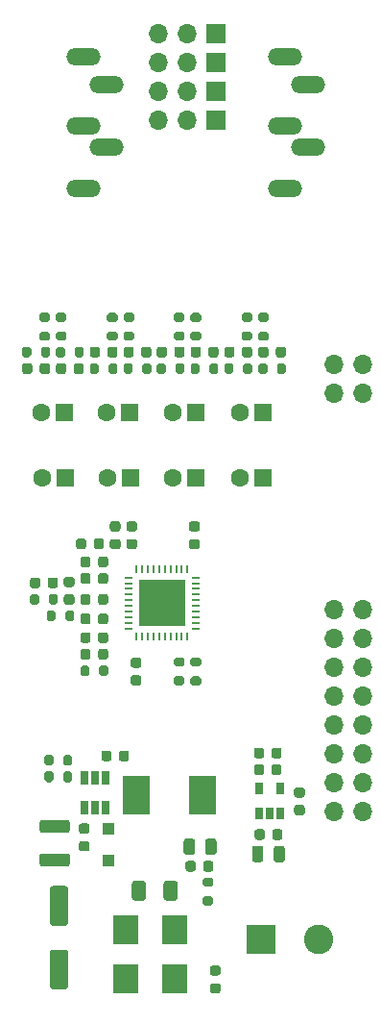
<source format=gbr>
%TF.GenerationSoftware,KiCad,Pcbnew,(5.1.9)-1*%
%TF.CreationDate,2021-06-18T12:26:37+07:00*%
%TF.ProjectId,adau1978,61646175-3139-4373-982e-6b696361645f,rev?*%
%TF.SameCoordinates,Original*%
%TF.FileFunction,Soldermask,Top*%
%TF.FilePolarity,Negative*%
%FSLAX46Y46*%
G04 Gerber Fmt 4.6, Leading zero omitted, Abs format (unit mm)*
G04 Created by KiCad (PCBNEW (5.1.9)-1) date 2021-06-18 12:26:37*
%MOMM*%
%LPD*%
G01*
G04 APERTURE LIST*
%ADD10O,1.700000X1.700000*%
%ADD11R,2.300000X2.500000*%
%ADD12R,1.100000X1.100000*%
%ADD13R,2.600000X2.600000*%
%ADD14C,2.600000*%
%ADD15R,2.413000X3.429000*%
%ADD16R,0.650000X1.220000*%
%ADD17R,0.650000X1.060000*%
%ADD18R,0.750000X0.275000*%
%ADD19R,0.275000X0.750000*%
%ADD20R,4.050000X4.050000*%
%ADD21R,1.700000X1.700000*%
%ADD22C,1.600000*%
%ADD23R,1.600000X1.600000*%
%ADD24O,3.016000X1.508000*%
G04 APERTURE END LIST*
D10*
%TO.C,D5*%
X73025000Y-75184000D03*
X75565000Y-75184000D03*
X73025000Y-77724000D03*
X75565000Y-77724000D03*
X73025000Y-96774000D03*
X75565000Y-96774000D03*
X73025000Y-99314000D03*
X75565000Y-99314000D03*
X73025000Y-101854000D03*
X75565000Y-101854000D03*
X73025000Y-104394000D03*
X75565000Y-104394000D03*
X73025000Y-106934000D03*
X75565000Y-106934000D03*
X73025000Y-109474000D03*
X75565000Y-109474000D03*
X73025000Y-112014000D03*
X75565000Y-112014000D03*
X73025000Y-114554000D03*
X75565000Y-114554000D03*
%TD*%
%TO.C,C1*%
G36*
G01*
X48218000Y-121116500D02*
X49318000Y-121116500D01*
G75*
G02*
X49568000Y-121366500I0J-250000D01*
G01*
X49568000Y-124366500D01*
G75*
G02*
X49318000Y-124616500I-250000J0D01*
G01*
X48218000Y-124616500D01*
G75*
G02*
X47968000Y-124366500I0J250000D01*
G01*
X47968000Y-121366500D01*
G75*
G02*
X48218000Y-121116500I250000J0D01*
G01*
G37*
G36*
G01*
X48218000Y-126716500D02*
X49318000Y-126716500D01*
G75*
G02*
X49568000Y-126966500I0J-250000D01*
G01*
X49568000Y-129966500D01*
G75*
G02*
X49318000Y-130216500I-250000J0D01*
G01*
X48218000Y-130216500D01*
G75*
G02*
X47968000Y-129966500I0J250000D01*
G01*
X47968000Y-126966500D01*
G75*
G02*
X48218000Y-126716500I250000J0D01*
G01*
G37*
%TD*%
%TO.C,C2*%
G36*
G01*
X64904500Y-74354500D02*
X64904500Y-73854500D01*
G75*
G02*
X65129500Y-73629500I225000J0D01*
G01*
X65579500Y-73629500D01*
G75*
G02*
X65804500Y-73854500I0J-225000D01*
G01*
X65804500Y-74354500D01*
G75*
G02*
X65579500Y-74579500I-225000J0D01*
G01*
X65129500Y-74579500D01*
G75*
G02*
X64904500Y-74354500I0J225000D01*
G01*
G37*
G36*
G01*
X63354500Y-74354500D02*
X63354500Y-73854500D01*
G75*
G02*
X63579500Y-73629500I225000J0D01*
G01*
X64029500Y-73629500D01*
G75*
G02*
X64254500Y-73854500I0J-225000D01*
G01*
X64254500Y-74354500D01*
G75*
G02*
X64029500Y-74579500I-225000J0D01*
G01*
X63579500Y-74579500D01*
G75*
G02*
X63354500Y-74354500I0J225000D01*
G01*
G37*
%TD*%
%TO.C,C10*%
G36*
G01*
X47286999Y-115298000D02*
X49487001Y-115298000D01*
G75*
G02*
X49737000Y-115547999I0J-249999D01*
G01*
X49737000Y-116198001D01*
G75*
G02*
X49487001Y-116448000I-249999J0D01*
G01*
X47286999Y-116448000D01*
G75*
G02*
X47037000Y-116198001I0J249999D01*
G01*
X47037000Y-115547999D01*
G75*
G02*
X47286999Y-115298000I249999J0D01*
G01*
G37*
G36*
G01*
X47286999Y-118248000D02*
X49487001Y-118248000D01*
G75*
G02*
X49737000Y-118497999I0J-249999D01*
G01*
X49737000Y-119148001D01*
G75*
G02*
X49487001Y-119398000I-249999J0D01*
G01*
X47286999Y-119398000D01*
G75*
G02*
X47037000Y-119148001I0J249999D01*
G01*
X47037000Y-118497999D01*
G75*
G02*
X47286999Y-118248000I249999J0D01*
G01*
G37*
%TD*%
%TO.C,C11*%
G36*
G01*
X50740500Y-115615000D02*
X51240500Y-115615000D01*
G75*
G02*
X51465500Y-115840000I0J-225000D01*
G01*
X51465500Y-116290000D01*
G75*
G02*
X51240500Y-116515000I-225000J0D01*
G01*
X50740500Y-116515000D01*
G75*
G02*
X50515500Y-116290000I0J225000D01*
G01*
X50515500Y-115840000D01*
G75*
G02*
X50740500Y-115615000I225000J0D01*
G01*
G37*
G36*
G01*
X50740500Y-117165000D02*
X51240500Y-117165000D01*
G75*
G02*
X51465500Y-117390000I0J-225000D01*
G01*
X51465500Y-117840000D01*
G75*
G02*
X51240500Y-118065000I-225000J0D01*
G01*
X50740500Y-118065000D01*
G75*
G02*
X50515500Y-117840000I0J225000D01*
G01*
X50515500Y-117390000D01*
G75*
G02*
X50740500Y-117165000I225000J0D01*
G01*
G37*
%TD*%
%TO.C,C20*%
G36*
G01*
X54046000Y-109914500D02*
X54046000Y-109414500D01*
G75*
G02*
X54271000Y-109189500I225000J0D01*
G01*
X54721000Y-109189500D01*
G75*
G02*
X54946000Y-109414500I0J-225000D01*
G01*
X54946000Y-109914500D01*
G75*
G02*
X54721000Y-110139500I-225000J0D01*
G01*
X54271000Y-110139500D01*
G75*
G02*
X54046000Y-109914500I0J225000D01*
G01*
G37*
G36*
G01*
X52496000Y-109914500D02*
X52496000Y-109414500D01*
G75*
G02*
X52721000Y-109189500I225000J0D01*
G01*
X53171000Y-109189500D01*
G75*
G02*
X53396000Y-109414500I0J-225000D01*
G01*
X53396000Y-109914500D01*
G75*
G02*
X53171000Y-110139500I-225000J0D01*
G01*
X52721000Y-110139500D01*
G75*
G02*
X52496000Y-109914500I0J225000D01*
G01*
G37*
%TD*%
%TO.C,C21*%
G36*
G01*
X53104500Y-97349500D02*
X53104500Y-97849500D01*
G75*
G02*
X52879500Y-98074500I-225000J0D01*
G01*
X52429500Y-98074500D01*
G75*
G02*
X52204500Y-97849500I0J225000D01*
G01*
X52204500Y-97349500D01*
G75*
G02*
X52429500Y-97124500I225000J0D01*
G01*
X52879500Y-97124500D01*
G75*
G02*
X53104500Y-97349500I0J-225000D01*
G01*
G37*
G36*
G01*
X51554500Y-97349500D02*
X51554500Y-97849500D01*
G75*
G02*
X51329500Y-98074500I-225000J0D01*
G01*
X50879500Y-98074500D01*
G75*
G02*
X50654500Y-97849500I0J225000D01*
G01*
X50654500Y-97349500D01*
G75*
G02*
X50879500Y-97124500I225000J0D01*
G01*
X51329500Y-97124500D01*
G75*
G02*
X51554500Y-97349500I0J-225000D01*
G01*
G37*
%TD*%
%TO.C,C22*%
G36*
G01*
X62664000Y-117190500D02*
X62664000Y-118140500D01*
G75*
G02*
X62414000Y-118390500I-250000J0D01*
G01*
X61914000Y-118390500D01*
G75*
G02*
X61664000Y-118140500I0J250000D01*
G01*
X61664000Y-117190500D01*
G75*
G02*
X61914000Y-116940500I250000J0D01*
G01*
X62414000Y-116940500D01*
G75*
G02*
X62664000Y-117190500I0J-250000D01*
G01*
G37*
G36*
G01*
X60764000Y-117190500D02*
X60764000Y-118140500D01*
G75*
G02*
X60514000Y-118390500I-250000J0D01*
G01*
X60014000Y-118390500D01*
G75*
G02*
X59764000Y-118140500I0J250000D01*
G01*
X59764000Y-117190500D01*
G75*
G02*
X60014000Y-116940500I250000J0D01*
G01*
X60514000Y-116940500D01*
G75*
G02*
X60764000Y-117190500I0J-250000D01*
G01*
G37*
%TD*%
%TO.C,C23*%
G36*
G01*
X60825500Y-119130000D02*
X60825500Y-119630000D01*
G75*
G02*
X60600500Y-119855000I-225000J0D01*
G01*
X60150500Y-119855000D01*
G75*
G02*
X59925500Y-119630000I0J225000D01*
G01*
X59925500Y-119130000D01*
G75*
G02*
X60150500Y-118905000I225000J0D01*
G01*
X60600500Y-118905000D01*
G75*
G02*
X60825500Y-119130000I0J-225000D01*
G01*
G37*
G36*
G01*
X62375500Y-119130000D02*
X62375500Y-119630000D01*
G75*
G02*
X62150500Y-119855000I-225000J0D01*
G01*
X61700500Y-119855000D01*
G75*
G02*
X61475500Y-119630000I0J225000D01*
G01*
X61475500Y-119130000D01*
G75*
G02*
X61700500Y-118905000I225000J0D01*
G01*
X62150500Y-118905000D01*
G75*
G02*
X62375500Y-119130000I0J-225000D01*
G01*
G37*
%TD*%
%TO.C,C24*%
G36*
G01*
X67696500Y-118775500D02*
X67696500Y-117825500D01*
G75*
G02*
X67946500Y-117575500I250000J0D01*
G01*
X68446500Y-117575500D01*
G75*
G02*
X68696500Y-117825500I0J-250000D01*
G01*
X68696500Y-118775500D01*
G75*
G02*
X68446500Y-119025500I-250000J0D01*
G01*
X67946500Y-119025500D01*
G75*
G02*
X67696500Y-118775500I0J250000D01*
G01*
G37*
G36*
G01*
X65796500Y-118775500D02*
X65796500Y-117825500D01*
G75*
G02*
X66046500Y-117575500I250000J0D01*
G01*
X66546500Y-117575500D01*
G75*
G02*
X66796500Y-117825500I0J-250000D01*
G01*
X66796500Y-118775500D01*
G75*
G02*
X66546500Y-119025500I-250000J0D01*
G01*
X66046500Y-119025500D01*
G75*
G02*
X65796500Y-118775500I0J250000D01*
G01*
G37*
%TD*%
%TO.C,C25*%
G36*
G01*
X66021500Y-116836000D02*
X66021500Y-116336000D01*
G75*
G02*
X66246500Y-116111000I225000J0D01*
G01*
X66696500Y-116111000D01*
G75*
G02*
X66921500Y-116336000I0J-225000D01*
G01*
X66921500Y-116836000D01*
G75*
G02*
X66696500Y-117061000I-225000J0D01*
G01*
X66246500Y-117061000D01*
G75*
G02*
X66021500Y-116836000I0J225000D01*
G01*
G37*
G36*
G01*
X67571500Y-116836000D02*
X67571500Y-116336000D01*
G75*
G02*
X67796500Y-116111000I225000J0D01*
G01*
X68246500Y-116111000D01*
G75*
G02*
X68471500Y-116336000I0J-225000D01*
G01*
X68471500Y-116836000D01*
G75*
G02*
X68246500Y-117061000I-225000J0D01*
G01*
X67796500Y-117061000D01*
G75*
G02*
X67571500Y-116836000I0J225000D01*
G01*
G37*
%TD*%
%TO.C,C26*%
G36*
G01*
X69727000Y-112440000D02*
X70227000Y-112440000D01*
G75*
G02*
X70452000Y-112665000I0J-225000D01*
G01*
X70452000Y-113115000D01*
G75*
G02*
X70227000Y-113340000I-225000J0D01*
G01*
X69727000Y-113340000D01*
G75*
G02*
X69502000Y-113115000I0J225000D01*
G01*
X69502000Y-112665000D01*
G75*
G02*
X69727000Y-112440000I225000J0D01*
G01*
G37*
G36*
G01*
X69727000Y-113990000D02*
X70227000Y-113990000D01*
G75*
G02*
X70452000Y-114215000I0J-225000D01*
G01*
X70452000Y-114665000D01*
G75*
G02*
X70227000Y-114890000I-225000J0D01*
G01*
X69727000Y-114890000D01*
G75*
G02*
X69502000Y-114665000I0J225000D01*
G01*
X69502000Y-114215000D01*
G75*
G02*
X69727000Y-113990000I225000J0D01*
G01*
G37*
%TD*%
%TO.C,C27*%
G36*
G01*
X67508000Y-109660500D02*
X67508000Y-109160500D01*
G75*
G02*
X67733000Y-108935500I225000J0D01*
G01*
X68183000Y-108935500D01*
G75*
G02*
X68408000Y-109160500I0J-225000D01*
G01*
X68408000Y-109660500D01*
G75*
G02*
X68183000Y-109885500I-225000J0D01*
G01*
X67733000Y-109885500D01*
G75*
G02*
X67508000Y-109660500I0J225000D01*
G01*
G37*
G36*
G01*
X65958000Y-109660500D02*
X65958000Y-109160500D01*
G75*
G02*
X66183000Y-108935500I225000J0D01*
G01*
X66633000Y-108935500D01*
G75*
G02*
X66858000Y-109160500I0J-225000D01*
G01*
X66858000Y-109660500D01*
G75*
G02*
X66633000Y-109885500I-225000J0D01*
G01*
X66183000Y-109885500D01*
G75*
G02*
X65958000Y-109660500I0J225000D01*
G01*
G37*
%TD*%
%TO.C,C28*%
G36*
G01*
X65958000Y-111121000D02*
X65958000Y-110621000D01*
G75*
G02*
X66183000Y-110396000I225000J0D01*
G01*
X66633000Y-110396000D01*
G75*
G02*
X66858000Y-110621000I0J-225000D01*
G01*
X66858000Y-111121000D01*
G75*
G02*
X66633000Y-111346000I-225000J0D01*
G01*
X66183000Y-111346000D01*
G75*
G02*
X65958000Y-111121000I0J225000D01*
G01*
G37*
G36*
G01*
X67508000Y-111121000D02*
X67508000Y-110621000D01*
G75*
G02*
X67733000Y-110396000I225000J0D01*
G01*
X68183000Y-110396000D01*
G75*
G02*
X68408000Y-110621000I0J-225000D01*
G01*
X68408000Y-111121000D01*
G75*
G02*
X68183000Y-111346000I-225000J0D01*
G01*
X67733000Y-111346000D01*
G75*
G02*
X67508000Y-111121000I0J225000D01*
G01*
G37*
%TD*%
%TO.C,C29*%
G36*
G01*
X47109500Y-94174500D02*
X47109500Y-94674500D01*
G75*
G02*
X46884500Y-94899500I-225000J0D01*
G01*
X46434500Y-94899500D01*
G75*
G02*
X46209500Y-94674500I0J225000D01*
G01*
X46209500Y-94174500D01*
G75*
G02*
X46434500Y-93949500I225000J0D01*
G01*
X46884500Y-93949500D01*
G75*
G02*
X47109500Y-94174500I0J-225000D01*
G01*
G37*
G36*
G01*
X48659500Y-94174500D02*
X48659500Y-94674500D01*
G75*
G02*
X48434500Y-94899500I-225000J0D01*
G01*
X47984500Y-94899500D01*
G75*
G02*
X47759500Y-94674500I0J225000D01*
G01*
X47759500Y-94174500D01*
G75*
G02*
X47984500Y-93949500I225000J0D01*
G01*
X48434500Y-93949500D01*
G75*
G02*
X48659500Y-94174500I0J-225000D01*
G01*
G37*
%TD*%
%TO.C,C30*%
G36*
G01*
X49407000Y-93898000D02*
X49907000Y-93898000D01*
G75*
G02*
X50132000Y-94123000I0J-225000D01*
G01*
X50132000Y-94573000D01*
G75*
G02*
X49907000Y-94798000I-225000J0D01*
G01*
X49407000Y-94798000D01*
G75*
G02*
X49182000Y-94573000I0J225000D01*
G01*
X49182000Y-94123000D01*
G75*
G02*
X49407000Y-93898000I225000J0D01*
G01*
G37*
G36*
G01*
X49407000Y-95448000D02*
X49907000Y-95448000D01*
G75*
G02*
X50132000Y-95673000I0J-225000D01*
G01*
X50132000Y-96123000D01*
G75*
G02*
X49907000Y-96348000I-225000J0D01*
G01*
X49407000Y-96348000D01*
G75*
G02*
X49182000Y-96123000I0J225000D01*
G01*
X49182000Y-95673000D01*
G75*
G02*
X49407000Y-95448000I225000J0D01*
G01*
G37*
%TD*%
%TO.C,C31*%
G36*
G01*
X53104500Y-100461000D02*
X53104500Y-100961000D01*
G75*
G02*
X52879500Y-101186000I-225000J0D01*
G01*
X52429500Y-101186000D01*
G75*
G02*
X52204500Y-100961000I0J225000D01*
G01*
X52204500Y-100461000D01*
G75*
G02*
X52429500Y-100236000I225000J0D01*
G01*
X52879500Y-100236000D01*
G75*
G02*
X53104500Y-100461000I0J-225000D01*
G01*
G37*
G36*
G01*
X51554500Y-100461000D02*
X51554500Y-100961000D01*
G75*
G02*
X51329500Y-101186000I-225000J0D01*
G01*
X50879500Y-101186000D01*
G75*
G02*
X50654500Y-100961000I0J225000D01*
G01*
X50654500Y-100461000D01*
G75*
G02*
X50879500Y-100236000I225000J0D01*
G01*
X51329500Y-100236000D01*
G75*
G02*
X51554500Y-100461000I0J-225000D01*
G01*
G37*
%TD*%
%TO.C,C32*%
G36*
G01*
X51554500Y-92333000D02*
X51554500Y-92833000D01*
G75*
G02*
X51329500Y-93058000I-225000J0D01*
G01*
X50879500Y-93058000D01*
G75*
G02*
X50654500Y-92833000I0J225000D01*
G01*
X50654500Y-92333000D01*
G75*
G02*
X50879500Y-92108000I225000J0D01*
G01*
X51329500Y-92108000D01*
G75*
G02*
X51554500Y-92333000I0J-225000D01*
G01*
G37*
G36*
G01*
X53104500Y-92333000D02*
X53104500Y-92833000D01*
G75*
G02*
X52879500Y-93058000I-225000J0D01*
G01*
X52429500Y-93058000D01*
G75*
G02*
X52204500Y-92833000I0J225000D01*
G01*
X52204500Y-92333000D01*
G75*
G02*
X52429500Y-92108000I225000J0D01*
G01*
X52879500Y-92108000D01*
G75*
G02*
X53104500Y-92333000I0J-225000D01*
G01*
G37*
%TD*%
%TO.C,C33*%
G36*
G01*
X53971000Y-89908500D02*
X53471000Y-89908500D01*
G75*
G02*
X53246000Y-89683500I0J225000D01*
G01*
X53246000Y-89233500D01*
G75*
G02*
X53471000Y-89008500I225000J0D01*
G01*
X53971000Y-89008500D01*
G75*
G02*
X54196000Y-89233500I0J-225000D01*
G01*
X54196000Y-89683500D01*
G75*
G02*
X53971000Y-89908500I-225000J0D01*
G01*
G37*
G36*
G01*
X53971000Y-91458500D02*
X53471000Y-91458500D01*
G75*
G02*
X53246000Y-91233500I0J225000D01*
G01*
X53246000Y-90783500D01*
G75*
G02*
X53471000Y-90558500I225000J0D01*
G01*
X53971000Y-90558500D01*
G75*
G02*
X54196000Y-90783500I0J-225000D01*
G01*
X54196000Y-91233500D01*
G75*
G02*
X53971000Y-91458500I-225000J0D01*
G01*
G37*
%TD*%
%TO.C,C34*%
G36*
G01*
X51554500Y-99000500D02*
X51554500Y-99500500D01*
G75*
G02*
X51329500Y-99725500I-225000J0D01*
G01*
X50879500Y-99725500D01*
G75*
G02*
X50654500Y-99500500I0J225000D01*
G01*
X50654500Y-99000500D01*
G75*
G02*
X50879500Y-98775500I225000J0D01*
G01*
X51329500Y-98775500D01*
G75*
G02*
X51554500Y-99000500I0J-225000D01*
G01*
G37*
G36*
G01*
X53104500Y-99000500D02*
X53104500Y-99500500D01*
G75*
G02*
X52879500Y-99725500I-225000J0D01*
G01*
X52429500Y-99725500D01*
G75*
G02*
X52204500Y-99500500I0J225000D01*
G01*
X52204500Y-99000500D01*
G75*
G02*
X52429500Y-98775500I225000J0D01*
G01*
X52879500Y-98775500D01*
G75*
G02*
X53104500Y-99000500I0J-225000D01*
G01*
G37*
%TD*%
%TO.C,C35*%
G36*
G01*
X53104500Y-93793500D02*
X53104500Y-94293500D01*
G75*
G02*
X52879500Y-94518500I-225000J0D01*
G01*
X52429500Y-94518500D01*
G75*
G02*
X52204500Y-94293500I0J225000D01*
G01*
X52204500Y-93793500D01*
G75*
G02*
X52429500Y-93568500I225000J0D01*
G01*
X52879500Y-93568500D01*
G75*
G02*
X53104500Y-93793500I0J-225000D01*
G01*
G37*
G36*
G01*
X51554500Y-93793500D02*
X51554500Y-94293500D01*
G75*
G02*
X51329500Y-94518500I-225000J0D01*
G01*
X50879500Y-94518500D01*
G75*
G02*
X50654500Y-94293500I0J225000D01*
G01*
X50654500Y-93793500D01*
G75*
G02*
X50879500Y-93568500I225000J0D01*
G01*
X51329500Y-93568500D01*
G75*
G02*
X51554500Y-93793500I0J-225000D01*
G01*
G37*
%TD*%
%TO.C,C36*%
G36*
G01*
X51554500Y-95635000D02*
X51554500Y-96135000D01*
G75*
G02*
X51329500Y-96360000I-225000J0D01*
G01*
X50879500Y-96360000D01*
G75*
G02*
X50654500Y-96135000I0J225000D01*
G01*
X50654500Y-95635000D01*
G75*
G02*
X50879500Y-95410000I225000J0D01*
G01*
X51329500Y-95410000D01*
G75*
G02*
X51554500Y-95635000I0J-225000D01*
G01*
G37*
G36*
G01*
X53104500Y-95635000D02*
X53104500Y-96135000D01*
G75*
G02*
X52879500Y-96360000I-225000J0D01*
G01*
X52429500Y-96360000D01*
G75*
G02*
X52204500Y-96135000I0J225000D01*
G01*
X52204500Y-95635000D01*
G75*
G02*
X52429500Y-95410000I225000J0D01*
G01*
X52879500Y-95410000D01*
G75*
G02*
X53104500Y-95635000I0J-225000D01*
G01*
G37*
%TD*%
%TO.C,C37*%
G36*
G01*
X55431500Y-89908500D02*
X54931500Y-89908500D01*
G75*
G02*
X54706500Y-89683500I0J225000D01*
G01*
X54706500Y-89233500D01*
G75*
G02*
X54931500Y-89008500I225000J0D01*
G01*
X55431500Y-89008500D01*
G75*
G02*
X55656500Y-89233500I0J-225000D01*
G01*
X55656500Y-89683500D01*
G75*
G02*
X55431500Y-89908500I-225000J0D01*
G01*
G37*
G36*
G01*
X55431500Y-91458500D02*
X54931500Y-91458500D01*
G75*
G02*
X54706500Y-91233500I0J225000D01*
G01*
X54706500Y-90783500D01*
G75*
G02*
X54931500Y-90558500I225000J0D01*
G01*
X55431500Y-90558500D01*
G75*
G02*
X55656500Y-90783500I0J-225000D01*
G01*
X55656500Y-91233500D01*
G75*
G02*
X55431500Y-91458500I-225000J0D01*
G01*
G37*
%TD*%
%TO.C,C38*%
G36*
G01*
X55312500Y-101010000D02*
X55812500Y-101010000D01*
G75*
G02*
X56037500Y-101235000I0J-225000D01*
G01*
X56037500Y-101685000D01*
G75*
G02*
X55812500Y-101910000I-225000J0D01*
G01*
X55312500Y-101910000D01*
G75*
G02*
X55087500Y-101685000I0J225000D01*
G01*
X55087500Y-101235000D01*
G75*
G02*
X55312500Y-101010000I225000J0D01*
G01*
G37*
G36*
G01*
X55312500Y-102560000D02*
X55812500Y-102560000D01*
G75*
G02*
X56037500Y-102785000I0J-225000D01*
G01*
X56037500Y-103235000D01*
G75*
G02*
X55812500Y-103460000I-225000J0D01*
G01*
X55312500Y-103460000D01*
G75*
G02*
X55087500Y-103235000I0J225000D01*
G01*
X55087500Y-102785000D01*
G75*
G02*
X55312500Y-102560000I225000J0D01*
G01*
G37*
%TD*%
%TO.C,C39*%
G36*
G01*
X60956000Y-91458500D02*
X60456000Y-91458500D01*
G75*
G02*
X60231000Y-91233500I0J225000D01*
G01*
X60231000Y-90783500D01*
G75*
G02*
X60456000Y-90558500I225000J0D01*
G01*
X60956000Y-90558500D01*
G75*
G02*
X61181000Y-90783500I0J-225000D01*
G01*
X61181000Y-91233500D01*
G75*
G02*
X60956000Y-91458500I-225000J0D01*
G01*
G37*
G36*
G01*
X60956000Y-89908500D02*
X60456000Y-89908500D01*
G75*
G02*
X60231000Y-89683500I0J225000D01*
G01*
X60231000Y-89233500D01*
G75*
G02*
X60456000Y-89008500I225000J0D01*
G01*
X60956000Y-89008500D01*
G75*
G02*
X61181000Y-89233500I0J-225000D01*
G01*
X61181000Y-89683500D01*
G75*
G02*
X60956000Y-89908500I-225000J0D01*
G01*
G37*
%TD*%
D11*
%TO.C,D2*%
X54673500Y-124977000D03*
X54673500Y-129277000D03*
%TD*%
D12*
%TO.C,D3*%
X53149500Y-116075000D03*
X53149500Y-118875000D03*
%TD*%
%TO.C,D4*%
G36*
G01*
X62803750Y-130574500D02*
X62291250Y-130574500D01*
G75*
G02*
X62072500Y-130355750I0J218750D01*
G01*
X62072500Y-129918250D01*
G75*
G02*
X62291250Y-129699500I218750J0D01*
G01*
X62803750Y-129699500D01*
G75*
G02*
X63022500Y-129918250I0J-218750D01*
G01*
X63022500Y-130355750D01*
G75*
G02*
X62803750Y-130574500I-218750J0D01*
G01*
G37*
G36*
G01*
X62803750Y-128999500D02*
X62291250Y-128999500D01*
G75*
G02*
X62072500Y-128780750I0J218750D01*
G01*
X62072500Y-128343250D01*
G75*
G02*
X62291250Y-128124500I218750J0D01*
G01*
X62803750Y-128124500D01*
G75*
G02*
X63022500Y-128343250I0J-218750D01*
G01*
X63022500Y-128780750D01*
G75*
G02*
X62803750Y-128999500I-218750J0D01*
G01*
G37*
%TD*%
D13*
%TO.C,J1*%
X66548000Y-125793500D03*
D14*
X71628000Y-125793500D03*
%TD*%
D15*
%TO.C,L1*%
X55562500Y-113157000D03*
X61404500Y-113157000D03*
%TD*%
%TO.C,R1*%
G36*
G01*
X65616500Y-71457000D02*
X65066500Y-71457000D01*
G75*
G02*
X64866500Y-71257000I0J200000D01*
G01*
X64866500Y-70857000D01*
G75*
G02*
X65066500Y-70657000I200000J0D01*
G01*
X65616500Y-70657000D01*
G75*
G02*
X65816500Y-70857000I0J-200000D01*
G01*
X65816500Y-71257000D01*
G75*
G02*
X65616500Y-71457000I-200000J0D01*
G01*
G37*
G36*
G01*
X65616500Y-73107000D02*
X65066500Y-73107000D01*
G75*
G02*
X64866500Y-72907000I0J200000D01*
G01*
X64866500Y-72507000D01*
G75*
G02*
X65066500Y-72307000I200000J0D01*
G01*
X65616500Y-72307000D01*
G75*
G02*
X65816500Y-72507000I0J-200000D01*
G01*
X65816500Y-72907000D01*
G75*
G02*
X65616500Y-73107000I-200000J0D01*
G01*
G37*
%TD*%
%TO.C,R9*%
G36*
G01*
X65004500Y-75840000D02*
X65004500Y-75290000D01*
G75*
G02*
X65204500Y-75090000I200000J0D01*
G01*
X65604500Y-75090000D01*
G75*
G02*
X65804500Y-75290000I0J-200000D01*
G01*
X65804500Y-75840000D01*
G75*
G02*
X65604500Y-76040000I-200000J0D01*
G01*
X65204500Y-76040000D01*
G75*
G02*
X65004500Y-75840000I0J200000D01*
G01*
G37*
G36*
G01*
X63354500Y-75840000D02*
X63354500Y-75290000D01*
G75*
G02*
X63554500Y-75090000I200000J0D01*
G01*
X63954500Y-75090000D01*
G75*
G02*
X64154500Y-75290000I0J-200000D01*
G01*
X64154500Y-75840000D01*
G75*
G02*
X63954500Y-76040000I-200000J0D01*
G01*
X63554500Y-76040000D01*
G75*
G02*
X63354500Y-75840000I0J200000D01*
G01*
G37*
%TD*%
%TO.C,R17*%
G36*
G01*
X47479500Y-110320500D02*
X47479500Y-109770500D01*
G75*
G02*
X47679500Y-109570500I200000J0D01*
G01*
X48079500Y-109570500D01*
G75*
G02*
X48279500Y-109770500I0J-200000D01*
G01*
X48279500Y-110320500D01*
G75*
G02*
X48079500Y-110520500I-200000J0D01*
G01*
X47679500Y-110520500D01*
G75*
G02*
X47479500Y-110320500I0J200000D01*
G01*
G37*
G36*
G01*
X49129500Y-110320500D02*
X49129500Y-109770500D01*
G75*
G02*
X49329500Y-109570500I200000J0D01*
G01*
X49729500Y-109570500D01*
G75*
G02*
X49929500Y-109770500I0J-200000D01*
G01*
X49929500Y-110320500D01*
G75*
G02*
X49729500Y-110520500I-200000J0D01*
G01*
X49329500Y-110520500D01*
G75*
G02*
X49129500Y-110320500I0J200000D01*
G01*
G37*
%TD*%
%TO.C,R18*%
G36*
G01*
X49929500Y-111231000D02*
X49929500Y-111781000D01*
G75*
G02*
X49729500Y-111981000I-200000J0D01*
G01*
X49329500Y-111981000D01*
G75*
G02*
X49129500Y-111781000I0J200000D01*
G01*
X49129500Y-111231000D01*
G75*
G02*
X49329500Y-111031000I200000J0D01*
G01*
X49729500Y-111031000D01*
G75*
G02*
X49929500Y-111231000I0J-200000D01*
G01*
G37*
G36*
G01*
X48279500Y-111231000D02*
X48279500Y-111781000D01*
G75*
G02*
X48079500Y-111981000I-200000J0D01*
G01*
X47679500Y-111981000D01*
G75*
G02*
X47479500Y-111781000I0J200000D01*
G01*
X47479500Y-111231000D01*
G75*
G02*
X47679500Y-111031000I200000J0D01*
G01*
X48079500Y-111031000D01*
G75*
G02*
X48279500Y-111231000I0J-200000D01*
G01*
G37*
%TD*%
%TO.C,R19*%
G36*
G01*
X48470000Y-97070500D02*
X48470000Y-97620500D01*
G75*
G02*
X48270000Y-97820500I-200000J0D01*
G01*
X47870000Y-97820500D01*
G75*
G02*
X47670000Y-97620500I0J200000D01*
G01*
X47670000Y-97070500D01*
G75*
G02*
X47870000Y-96870500I200000J0D01*
G01*
X48270000Y-96870500D01*
G75*
G02*
X48470000Y-97070500I0J-200000D01*
G01*
G37*
G36*
G01*
X50120000Y-97070500D02*
X50120000Y-97620500D01*
G75*
G02*
X49920000Y-97820500I-200000J0D01*
G01*
X49520000Y-97820500D01*
G75*
G02*
X49320000Y-97620500I0J200000D01*
G01*
X49320000Y-97070500D01*
G75*
G02*
X49520000Y-96870500I200000J0D01*
G01*
X49920000Y-96870500D01*
G75*
G02*
X50120000Y-97070500I0J-200000D01*
G01*
G37*
%TD*%
%TO.C,R20*%
G36*
G01*
X60558000Y-102660000D02*
X61108000Y-102660000D01*
G75*
G02*
X61308000Y-102860000I0J-200000D01*
G01*
X61308000Y-103260000D01*
G75*
G02*
X61108000Y-103460000I-200000J0D01*
G01*
X60558000Y-103460000D01*
G75*
G02*
X60358000Y-103260000I0J200000D01*
G01*
X60358000Y-102860000D01*
G75*
G02*
X60558000Y-102660000I200000J0D01*
G01*
G37*
G36*
G01*
X60558000Y-101010000D02*
X61108000Y-101010000D01*
G75*
G02*
X61308000Y-101210000I0J-200000D01*
G01*
X61308000Y-101610000D01*
G75*
G02*
X61108000Y-101810000I-200000J0D01*
G01*
X60558000Y-101810000D01*
G75*
G02*
X60358000Y-101610000I0J200000D01*
G01*
X60358000Y-101210000D01*
G75*
G02*
X60558000Y-101010000I200000J0D01*
G01*
G37*
%TD*%
%TO.C,R21*%
G36*
G01*
X59097500Y-101010000D02*
X59647500Y-101010000D01*
G75*
G02*
X59847500Y-101210000I0J-200000D01*
G01*
X59847500Y-101610000D01*
G75*
G02*
X59647500Y-101810000I-200000J0D01*
G01*
X59097500Y-101810000D01*
G75*
G02*
X58897500Y-101610000I0J200000D01*
G01*
X58897500Y-101210000D01*
G75*
G02*
X59097500Y-101010000I200000J0D01*
G01*
G37*
G36*
G01*
X59097500Y-102660000D02*
X59647500Y-102660000D01*
G75*
G02*
X59847500Y-102860000I0J-200000D01*
G01*
X59847500Y-103260000D01*
G75*
G02*
X59647500Y-103460000I-200000J0D01*
G01*
X59097500Y-103460000D01*
G75*
G02*
X58897500Y-103260000I0J200000D01*
G01*
X58897500Y-102860000D01*
G75*
G02*
X59097500Y-102660000I200000J0D01*
G01*
G37*
%TD*%
%TO.C,R22*%
G36*
G01*
X61637500Y-120377500D02*
X62187500Y-120377500D01*
G75*
G02*
X62387500Y-120577500I0J-200000D01*
G01*
X62387500Y-120977500D01*
G75*
G02*
X62187500Y-121177500I-200000J0D01*
G01*
X61637500Y-121177500D01*
G75*
G02*
X61437500Y-120977500I0J200000D01*
G01*
X61437500Y-120577500D01*
G75*
G02*
X61637500Y-120377500I200000J0D01*
G01*
G37*
G36*
G01*
X61637500Y-122027500D02*
X62187500Y-122027500D01*
G75*
G02*
X62387500Y-122227500I0J-200000D01*
G01*
X62387500Y-122627500D01*
G75*
G02*
X62187500Y-122827500I-200000J0D01*
G01*
X61637500Y-122827500D01*
G75*
G02*
X61437500Y-122627500I0J200000D01*
G01*
X61437500Y-122227500D01*
G75*
G02*
X61637500Y-122027500I200000J0D01*
G01*
G37*
%TD*%
%TO.C,R23*%
G36*
G01*
X48659500Y-95610000D02*
X48659500Y-96160000D01*
G75*
G02*
X48459500Y-96360000I-200000J0D01*
G01*
X48059500Y-96360000D01*
G75*
G02*
X47859500Y-96160000I0J200000D01*
G01*
X47859500Y-95610000D01*
G75*
G02*
X48059500Y-95410000I200000J0D01*
G01*
X48459500Y-95410000D01*
G75*
G02*
X48659500Y-95610000I0J-200000D01*
G01*
G37*
G36*
G01*
X47009500Y-95610000D02*
X47009500Y-96160000D01*
G75*
G02*
X46809500Y-96360000I-200000J0D01*
G01*
X46409500Y-96360000D01*
G75*
G02*
X46209500Y-96160000I0J200000D01*
G01*
X46209500Y-95610000D01*
G75*
G02*
X46409500Y-95410000I200000J0D01*
G01*
X46809500Y-95410000D01*
G75*
G02*
X47009500Y-95610000I0J-200000D01*
G01*
G37*
%TD*%
%TO.C,R24*%
G36*
G01*
X52304500Y-102446500D02*
X52304500Y-101896500D01*
G75*
G02*
X52504500Y-101696500I200000J0D01*
G01*
X52904500Y-101696500D01*
G75*
G02*
X53104500Y-101896500I0J-200000D01*
G01*
X53104500Y-102446500D01*
G75*
G02*
X52904500Y-102646500I-200000J0D01*
G01*
X52504500Y-102646500D01*
G75*
G02*
X52304500Y-102446500I0J200000D01*
G01*
G37*
G36*
G01*
X50654500Y-102446500D02*
X50654500Y-101896500D01*
G75*
G02*
X50854500Y-101696500I200000J0D01*
G01*
X51254500Y-101696500D01*
G75*
G02*
X51454500Y-101896500I0J-200000D01*
G01*
X51454500Y-102446500D01*
G75*
G02*
X51254500Y-102646500I-200000J0D01*
G01*
X50854500Y-102646500D01*
G75*
G02*
X50654500Y-102446500I0J200000D01*
G01*
G37*
%TD*%
D16*
%TO.C,U1*%
X52893000Y-111593000D03*
X51943000Y-111593000D03*
X50993000Y-111593000D03*
X50993000Y-114213000D03*
X51943000Y-114213000D03*
X52893000Y-114213000D03*
%TD*%
D17*
%TO.C,U3*%
X66423500Y-114765000D03*
X67373500Y-114765000D03*
X68323500Y-114765000D03*
X68323500Y-112565000D03*
X66423500Y-112565000D03*
%TD*%
D18*
%TO.C,U2*%
X54873500Y-93952499D03*
X54873500Y-94452501D03*
X54873500Y-94952500D03*
X54873500Y-95452499D03*
X54873500Y-95952500D03*
X54873500Y-96452500D03*
X54873500Y-96952501D03*
X54873500Y-97452500D03*
X54873500Y-97952499D03*
X54873500Y-98452501D03*
D19*
X55598499Y-99177500D03*
X56098501Y-99177500D03*
X56598500Y-99177500D03*
X57098499Y-99177500D03*
X57598500Y-99177500D03*
X58098500Y-99177500D03*
X58598501Y-99177500D03*
X59098500Y-99177500D03*
X59598499Y-99177500D03*
X60098501Y-99177500D03*
D18*
X60823500Y-98452501D03*
X60823500Y-97952499D03*
X60823500Y-97452500D03*
X60823500Y-96952501D03*
X60823500Y-96452500D03*
X60823500Y-95952500D03*
X60823500Y-95452499D03*
X60823500Y-94952500D03*
X60823500Y-94452501D03*
X60823500Y-93952499D03*
D19*
X60098501Y-93227500D03*
X59598499Y-93227500D03*
X59098500Y-93227500D03*
X58598501Y-93227500D03*
X58098500Y-93227500D03*
X57598500Y-93227500D03*
X57098499Y-93227500D03*
X56598500Y-93227500D03*
X56098501Y-93227500D03*
X55598499Y-93227500D03*
D20*
X57848500Y-96202500D03*
%TD*%
%TO.C,F1*%
G36*
G01*
X55188500Y-122164000D02*
X55188500Y-120914000D01*
G75*
G02*
X55438500Y-120664000I250000J0D01*
G01*
X56188500Y-120664000D01*
G75*
G02*
X56438500Y-120914000I0J-250000D01*
G01*
X56438500Y-122164000D01*
G75*
G02*
X56188500Y-122414000I-250000J0D01*
G01*
X55438500Y-122414000D01*
G75*
G02*
X55188500Y-122164000I0J250000D01*
G01*
G37*
G36*
G01*
X57988500Y-122164000D02*
X57988500Y-120914000D01*
G75*
G02*
X58238500Y-120664000I250000J0D01*
G01*
X58988500Y-120664000D01*
G75*
G02*
X59238500Y-120914000I0J-250000D01*
G01*
X59238500Y-122164000D01*
G75*
G02*
X58988500Y-122414000I-250000J0D01*
G01*
X58238500Y-122414000D01*
G75*
G02*
X57988500Y-122164000I0J250000D01*
G01*
G37*
%TD*%
D11*
%TO.C,D1*%
X58991500Y-124977000D03*
X58991500Y-129277000D03*
%TD*%
%TO.C,C3*%
G36*
G01*
X66339000Y-74354500D02*
X66339000Y-73854500D01*
G75*
G02*
X66564000Y-73629500I225000J0D01*
G01*
X67014000Y-73629500D01*
G75*
G02*
X67239000Y-73854500I0J-225000D01*
G01*
X67239000Y-74354500D01*
G75*
G02*
X67014000Y-74579500I-225000J0D01*
G01*
X66564000Y-74579500D01*
G75*
G02*
X66339000Y-74354500I0J225000D01*
G01*
G37*
G36*
G01*
X67889000Y-74354500D02*
X67889000Y-73854500D01*
G75*
G02*
X68114000Y-73629500I225000J0D01*
G01*
X68564000Y-73629500D01*
G75*
G02*
X68789000Y-73854500I0J-225000D01*
G01*
X68789000Y-74354500D01*
G75*
G02*
X68564000Y-74579500I-225000J0D01*
G01*
X68114000Y-74579500D01*
G75*
G02*
X67889000Y-74354500I0J225000D01*
G01*
G37*
%TD*%
%TO.C,C4*%
G36*
G01*
X58935500Y-74354500D02*
X58935500Y-73854500D01*
G75*
G02*
X59160500Y-73629500I225000J0D01*
G01*
X59610500Y-73629500D01*
G75*
G02*
X59835500Y-73854500I0J-225000D01*
G01*
X59835500Y-74354500D01*
G75*
G02*
X59610500Y-74579500I-225000J0D01*
G01*
X59160500Y-74579500D01*
G75*
G02*
X58935500Y-74354500I0J225000D01*
G01*
G37*
G36*
G01*
X57385500Y-74354500D02*
X57385500Y-73854500D01*
G75*
G02*
X57610500Y-73629500I225000J0D01*
G01*
X58060500Y-73629500D01*
G75*
G02*
X58285500Y-73854500I0J-225000D01*
G01*
X58285500Y-74354500D01*
G75*
G02*
X58060500Y-74579500I-225000J0D01*
G01*
X57610500Y-74579500D01*
G75*
G02*
X57385500Y-74354500I0J225000D01*
G01*
G37*
%TD*%
%TO.C,C5*%
G36*
G01*
X60383000Y-74354500D02*
X60383000Y-73854500D01*
G75*
G02*
X60608000Y-73629500I225000J0D01*
G01*
X61058000Y-73629500D01*
G75*
G02*
X61283000Y-73854500I0J-225000D01*
G01*
X61283000Y-74354500D01*
G75*
G02*
X61058000Y-74579500I-225000J0D01*
G01*
X60608000Y-74579500D01*
G75*
G02*
X60383000Y-74354500I0J225000D01*
G01*
G37*
G36*
G01*
X61933000Y-74354500D02*
X61933000Y-73854500D01*
G75*
G02*
X62158000Y-73629500I225000J0D01*
G01*
X62608000Y-73629500D01*
G75*
G02*
X62833000Y-73854500I0J-225000D01*
G01*
X62833000Y-74354500D01*
G75*
G02*
X62608000Y-74579500I-225000J0D01*
G01*
X62158000Y-74579500D01*
G75*
G02*
X61933000Y-74354500I0J225000D01*
G01*
G37*
%TD*%
%TO.C,C6*%
G36*
G01*
X53030000Y-74354500D02*
X53030000Y-73854500D01*
G75*
G02*
X53255000Y-73629500I225000J0D01*
G01*
X53705000Y-73629500D01*
G75*
G02*
X53930000Y-73854500I0J-225000D01*
G01*
X53930000Y-74354500D01*
G75*
G02*
X53705000Y-74579500I-225000J0D01*
G01*
X53255000Y-74579500D01*
G75*
G02*
X53030000Y-74354500I0J225000D01*
G01*
G37*
G36*
G01*
X51480000Y-74354500D02*
X51480000Y-73854500D01*
G75*
G02*
X51705000Y-73629500I225000J0D01*
G01*
X52155000Y-73629500D01*
G75*
G02*
X52380000Y-73854500I0J-225000D01*
G01*
X52380000Y-74354500D01*
G75*
G02*
X52155000Y-74579500I-225000J0D01*
G01*
X51705000Y-74579500D01*
G75*
G02*
X51480000Y-74354500I0J225000D01*
G01*
G37*
%TD*%
%TO.C,C7*%
G36*
G01*
X54464500Y-74354500D02*
X54464500Y-73854500D01*
G75*
G02*
X54689500Y-73629500I225000J0D01*
G01*
X55139500Y-73629500D01*
G75*
G02*
X55364500Y-73854500I0J-225000D01*
G01*
X55364500Y-74354500D01*
G75*
G02*
X55139500Y-74579500I-225000J0D01*
G01*
X54689500Y-74579500D01*
G75*
G02*
X54464500Y-74354500I0J225000D01*
G01*
G37*
G36*
G01*
X56014500Y-74354500D02*
X56014500Y-73854500D01*
G75*
G02*
X56239500Y-73629500I225000J0D01*
G01*
X56689500Y-73629500D01*
G75*
G02*
X56914500Y-73854500I0J-225000D01*
G01*
X56914500Y-74354500D01*
G75*
G02*
X56689500Y-74579500I-225000J0D01*
G01*
X56239500Y-74579500D01*
G75*
G02*
X56014500Y-74354500I0J225000D01*
G01*
G37*
%TD*%
%TO.C,C8*%
G36*
G01*
X45511000Y-75815000D02*
X45511000Y-75315000D01*
G75*
G02*
X45736000Y-75090000I225000J0D01*
G01*
X46186000Y-75090000D01*
G75*
G02*
X46411000Y-75315000I0J-225000D01*
G01*
X46411000Y-75815000D01*
G75*
G02*
X46186000Y-76040000I-225000J0D01*
G01*
X45736000Y-76040000D01*
G75*
G02*
X45511000Y-75815000I0J225000D01*
G01*
G37*
G36*
G01*
X47061000Y-75815000D02*
X47061000Y-75315000D01*
G75*
G02*
X47286000Y-75090000I225000J0D01*
G01*
X47736000Y-75090000D01*
G75*
G02*
X47961000Y-75315000I0J-225000D01*
G01*
X47961000Y-75815000D01*
G75*
G02*
X47736000Y-76040000I-225000J0D01*
G01*
X47286000Y-76040000D01*
G75*
G02*
X47061000Y-75815000I0J225000D01*
G01*
G37*
%TD*%
%TO.C,C9*%
G36*
G01*
X50045500Y-75815000D02*
X50045500Y-75315000D01*
G75*
G02*
X50270500Y-75090000I225000J0D01*
G01*
X50720500Y-75090000D01*
G75*
G02*
X50945500Y-75315000I0J-225000D01*
G01*
X50945500Y-75815000D01*
G75*
G02*
X50720500Y-76040000I-225000J0D01*
G01*
X50270500Y-76040000D01*
G75*
G02*
X50045500Y-75815000I0J225000D01*
G01*
G37*
G36*
G01*
X48495500Y-75815000D02*
X48495500Y-75315000D01*
G75*
G02*
X48720500Y-75090000I225000J0D01*
G01*
X49170500Y-75090000D01*
G75*
G02*
X49395500Y-75315000I0J-225000D01*
G01*
X49395500Y-75815000D01*
G75*
G02*
X49170500Y-76040000I-225000J0D01*
G01*
X48720500Y-76040000D01*
G75*
G02*
X48495500Y-75815000I0J225000D01*
G01*
G37*
%TD*%
D21*
%TO.C,JP1*%
X62611000Y-53721000D03*
D10*
X60071000Y-53721000D03*
X57531000Y-53721000D03*
%TD*%
%TO.C,JP2*%
X57531000Y-51181000D03*
X60071000Y-51181000D03*
D21*
X62611000Y-51181000D03*
%TD*%
%TO.C,JP3*%
X62611000Y-48641000D03*
D10*
X60071000Y-48641000D03*
X57531000Y-48641000D03*
%TD*%
%TO.C,JP4*%
X57531000Y-46101000D03*
X60071000Y-46101000D03*
D21*
X62611000Y-46101000D03*
%TD*%
%TO.C,R2*%
G36*
G01*
X67077000Y-73107000D02*
X66527000Y-73107000D01*
G75*
G02*
X66327000Y-72907000I0J200000D01*
G01*
X66327000Y-72507000D01*
G75*
G02*
X66527000Y-72307000I200000J0D01*
G01*
X67077000Y-72307000D01*
G75*
G02*
X67277000Y-72507000I0J-200000D01*
G01*
X67277000Y-72907000D01*
G75*
G02*
X67077000Y-73107000I-200000J0D01*
G01*
G37*
G36*
G01*
X67077000Y-71457000D02*
X66527000Y-71457000D01*
G75*
G02*
X66327000Y-71257000I0J200000D01*
G01*
X66327000Y-70857000D01*
G75*
G02*
X66527000Y-70657000I200000J0D01*
G01*
X67077000Y-70657000D01*
G75*
G02*
X67277000Y-70857000I0J-200000D01*
G01*
X67277000Y-71257000D01*
G75*
G02*
X67077000Y-71457000I-200000J0D01*
G01*
G37*
%TD*%
%TO.C,R3*%
G36*
G01*
X59647500Y-71457500D02*
X59097500Y-71457500D01*
G75*
G02*
X58897500Y-71257500I0J200000D01*
G01*
X58897500Y-70857500D01*
G75*
G02*
X59097500Y-70657500I200000J0D01*
G01*
X59647500Y-70657500D01*
G75*
G02*
X59847500Y-70857500I0J-200000D01*
G01*
X59847500Y-71257500D01*
G75*
G02*
X59647500Y-71457500I-200000J0D01*
G01*
G37*
G36*
G01*
X59647500Y-73107500D02*
X59097500Y-73107500D01*
G75*
G02*
X58897500Y-72907500I0J200000D01*
G01*
X58897500Y-72507500D01*
G75*
G02*
X59097500Y-72307500I200000J0D01*
G01*
X59647500Y-72307500D01*
G75*
G02*
X59847500Y-72507500I0J-200000D01*
G01*
X59847500Y-72907500D01*
G75*
G02*
X59647500Y-73107500I-200000J0D01*
G01*
G37*
%TD*%
%TO.C,R4*%
G36*
G01*
X61108000Y-73107500D02*
X60558000Y-73107500D01*
G75*
G02*
X60358000Y-72907500I0J200000D01*
G01*
X60358000Y-72507500D01*
G75*
G02*
X60558000Y-72307500I200000J0D01*
G01*
X61108000Y-72307500D01*
G75*
G02*
X61308000Y-72507500I0J-200000D01*
G01*
X61308000Y-72907500D01*
G75*
G02*
X61108000Y-73107500I-200000J0D01*
G01*
G37*
G36*
G01*
X61108000Y-71457500D02*
X60558000Y-71457500D01*
G75*
G02*
X60358000Y-71257500I0J200000D01*
G01*
X60358000Y-70857500D01*
G75*
G02*
X60558000Y-70657500I200000J0D01*
G01*
X61108000Y-70657500D01*
G75*
G02*
X61308000Y-70857500I0J-200000D01*
G01*
X61308000Y-71257500D01*
G75*
G02*
X61108000Y-71457500I-200000J0D01*
G01*
G37*
%TD*%
%TO.C,R5*%
G36*
G01*
X53742000Y-71457000D02*
X53192000Y-71457000D01*
G75*
G02*
X52992000Y-71257000I0J200000D01*
G01*
X52992000Y-70857000D01*
G75*
G02*
X53192000Y-70657000I200000J0D01*
G01*
X53742000Y-70657000D01*
G75*
G02*
X53942000Y-70857000I0J-200000D01*
G01*
X53942000Y-71257000D01*
G75*
G02*
X53742000Y-71457000I-200000J0D01*
G01*
G37*
G36*
G01*
X53742000Y-73107000D02*
X53192000Y-73107000D01*
G75*
G02*
X52992000Y-72907000I0J200000D01*
G01*
X52992000Y-72507000D01*
G75*
G02*
X53192000Y-72307000I200000J0D01*
G01*
X53742000Y-72307000D01*
G75*
G02*
X53942000Y-72507000I0J-200000D01*
G01*
X53942000Y-72907000D01*
G75*
G02*
X53742000Y-73107000I-200000J0D01*
G01*
G37*
%TD*%
%TO.C,R6*%
G36*
G01*
X55202500Y-71457500D02*
X54652500Y-71457500D01*
G75*
G02*
X54452500Y-71257500I0J200000D01*
G01*
X54452500Y-70857500D01*
G75*
G02*
X54652500Y-70657500I200000J0D01*
G01*
X55202500Y-70657500D01*
G75*
G02*
X55402500Y-70857500I0J-200000D01*
G01*
X55402500Y-71257500D01*
G75*
G02*
X55202500Y-71457500I-200000J0D01*
G01*
G37*
G36*
G01*
X55202500Y-73107500D02*
X54652500Y-73107500D01*
G75*
G02*
X54452500Y-72907500I0J200000D01*
G01*
X54452500Y-72507500D01*
G75*
G02*
X54652500Y-72307500I200000J0D01*
G01*
X55202500Y-72307500D01*
G75*
G02*
X55402500Y-72507500I0J-200000D01*
G01*
X55402500Y-72907500D01*
G75*
G02*
X55202500Y-73107500I-200000J0D01*
G01*
G37*
%TD*%
%TO.C,R7*%
G36*
G01*
X47773000Y-73107000D02*
X47223000Y-73107000D01*
G75*
G02*
X47023000Y-72907000I0J200000D01*
G01*
X47023000Y-72507000D01*
G75*
G02*
X47223000Y-72307000I200000J0D01*
G01*
X47773000Y-72307000D01*
G75*
G02*
X47973000Y-72507000I0J-200000D01*
G01*
X47973000Y-72907000D01*
G75*
G02*
X47773000Y-73107000I-200000J0D01*
G01*
G37*
G36*
G01*
X47773000Y-71457000D02*
X47223000Y-71457000D01*
G75*
G02*
X47023000Y-71257000I0J200000D01*
G01*
X47023000Y-70857000D01*
G75*
G02*
X47223000Y-70657000I200000J0D01*
G01*
X47773000Y-70657000D01*
G75*
G02*
X47973000Y-70857000I0J-200000D01*
G01*
X47973000Y-71257000D01*
G75*
G02*
X47773000Y-71457000I-200000J0D01*
G01*
G37*
%TD*%
%TO.C,R8*%
G36*
G01*
X49233500Y-71457000D02*
X48683500Y-71457000D01*
G75*
G02*
X48483500Y-71257000I0J200000D01*
G01*
X48483500Y-70857000D01*
G75*
G02*
X48683500Y-70657000I200000J0D01*
G01*
X49233500Y-70657000D01*
G75*
G02*
X49433500Y-70857000I0J-200000D01*
G01*
X49433500Y-71257000D01*
G75*
G02*
X49233500Y-71457000I-200000J0D01*
G01*
G37*
G36*
G01*
X49233500Y-73107000D02*
X48683500Y-73107000D01*
G75*
G02*
X48483500Y-72907000I0J200000D01*
G01*
X48483500Y-72507000D01*
G75*
G02*
X48683500Y-72307000I200000J0D01*
G01*
X49233500Y-72307000D01*
G75*
G02*
X49433500Y-72507000I0J-200000D01*
G01*
X49433500Y-72907000D01*
G75*
G02*
X49233500Y-73107000I-200000J0D01*
G01*
G37*
%TD*%
%TO.C,R10*%
G36*
G01*
X67989000Y-75840000D02*
X67989000Y-75290000D01*
G75*
G02*
X68189000Y-75090000I200000J0D01*
G01*
X68589000Y-75090000D01*
G75*
G02*
X68789000Y-75290000I0J-200000D01*
G01*
X68789000Y-75840000D01*
G75*
G02*
X68589000Y-76040000I-200000J0D01*
G01*
X68189000Y-76040000D01*
G75*
G02*
X67989000Y-75840000I0J200000D01*
G01*
G37*
G36*
G01*
X66339000Y-75840000D02*
X66339000Y-75290000D01*
G75*
G02*
X66539000Y-75090000I200000J0D01*
G01*
X66939000Y-75090000D01*
G75*
G02*
X67139000Y-75290000I0J-200000D01*
G01*
X67139000Y-75840000D01*
G75*
G02*
X66939000Y-76040000I-200000J0D01*
G01*
X66539000Y-76040000D01*
G75*
G02*
X66339000Y-75840000I0J200000D01*
G01*
G37*
%TD*%
%TO.C,R11*%
G36*
G01*
X57385500Y-75840000D02*
X57385500Y-75290000D01*
G75*
G02*
X57585500Y-75090000I200000J0D01*
G01*
X57985500Y-75090000D01*
G75*
G02*
X58185500Y-75290000I0J-200000D01*
G01*
X58185500Y-75840000D01*
G75*
G02*
X57985500Y-76040000I-200000J0D01*
G01*
X57585500Y-76040000D01*
G75*
G02*
X57385500Y-75840000I0J200000D01*
G01*
G37*
G36*
G01*
X59035500Y-75840000D02*
X59035500Y-75290000D01*
G75*
G02*
X59235500Y-75090000I200000J0D01*
G01*
X59635500Y-75090000D01*
G75*
G02*
X59835500Y-75290000I0J-200000D01*
G01*
X59835500Y-75840000D01*
G75*
G02*
X59635500Y-76040000I-200000J0D01*
G01*
X59235500Y-76040000D01*
G75*
G02*
X59035500Y-75840000I0J200000D01*
G01*
G37*
%TD*%
%TO.C,R12*%
G36*
G01*
X62019500Y-75840000D02*
X62019500Y-75290000D01*
G75*
G02*
X62219500Y-75090000I200000J0D01*
G01*
X62619500Y-75090000D01*
G75*
G02*
X62819500Y-75290000I0J-200000D01*
G01*
X62819500Y-75840000D01*
G75*
G02*
X62619500Y-76040000I-200000J0D01*
G01*
X62219500Y-76040000D01*
G75*
G02*
X62019500Y-75840000I0J200000D01*
G01*
G37*
G36*
G01*
X60369500Y-75840000D02*
X60369500Y-75290000D01*
G75*
G02*
X60569500Y-75090000I200000J0D01*
G01*
X60969500Y-75090000D01*
G75*
G02*
X61169500Y-75290000I0J-200000D01*
G01*
X61169500Y-75840000D01*
G75*
G02*
X60969500Y-76040000I-200000J0D01*
G01*
X60569500Y-76040000D01*
G75*
G02*
X60369500Y-75840000I0J200000D01*
G01*
G37*
%TD*%
%TO.C,R13*%
G36*
G01*
X51480000Y-75840000D02*
X51480000Y-75290000D01*
G75*
G02*
X51680000Y-75090000I200000J0D01*
G01*
X52080000Y-75090000D01*
G75*
G02*
X52280000Y-75290000I0J-200000D01*
G01*
X52280000Y-75840000D01*
G75*
G02*
X52080000Y-76040000I-200000J0D01*
G01*
X51680000Y-76040000D01*
G75*
G02*
X51480000Y-75840000I0J200000D01*
G01*
G37*
G36*
G01*
X53130000Y-75840000D02*
X53130000Y-75290000D01*
G75*
G02*
X53330000Y-75090000I200000J0D01*
G01*
X53730000Y-75090000D01*
G75*
G02*
X53930000Y-75290000I0J-200000D01*
G01*
X53930000Y-75840000D01*
G75*
G02*
X53730000Y-76040000I-200000J0D01*
G01*
X53330000Y-76040000D01*
G75*
G02*
X53130000Y-75840000I0J200000D01*
G01*
G37*
%TD*%
%TO.C,R14*%
G36*
G01*
X56114500Y-75840000D02*
X56114500Y-75290000D01*
G75*
G02*
X56314500Y-75090000I200000J0D01*
G01*
X56714500Y-75090000D01*
G75*
G02*
X56914500Y-75290000I0J-200000D01*
G01*
X56914500Y-75840000D01*
G75*
G02*
X56714500Y-76040000I-200000J0D01*
G01*
X56314500Y-76040000D01*
G75*
G02*
X56114500Y-75840000I0J200000D01*
G01*
G37*
G36*
G01*
X54464500Y-75840000D02*
X54464500Y-75290000D01*
G75*
G02*
X54664500Y-75090000I200000J0D01*
G01*
X55064500Y-75090000D01*
G75*
G02*
X55264500Y-75290000I0J-200000D01*
G01*
X55264500Y-75840000D01*
G75*
G02*
X55064500Y-76040000I-200000J0D01*
G01*
X54664500Y-76040000D01*
G75*
G02*
X54464500Y-75840000I0J200000D01*
G01*
G37*
%TD*%
%TO.C,R15*%
G36*
G01*
X45511000Y-74379500D02*
X45511000Y-73829500D01*
G75*
G02*
X45711000Y-73629500I200000J0D01*
G01*
X46111000Y-73629500D01*
G75*
G02*
X46311000Y-73829500I0J-200000D01*
G01*
X46311000Y-74379500D01*
G75*
G02*
X46111000Y-74579500I-200000J0D01*
G01*
X45711000Y-74579500D01*
G75*
G02*
X45511000Y-74379500I0J200000D01*
G01*
G37*
G36*
G01*
X47161000Y-74379500D02*
X47161000Y-73829500D01*
G75*
G02*
X47361000Y-73629500I200000J0D01*
G01*
X47761000Y-73629500D01*
G75*
G02*
X47961000Y-73829500I0J-200000D01*
G01*
X47961000Y-74379500D01*
G75*
G02*
X47761000Y-74579500I-200000J0D01*
G01*
X47361000Y-74579500D01*
G75*
G02*
X47161000Y-74379500I0J200000D01*
G01*
G37*
%TD*%
%TO.C,R16*%
G36*
G01*
X48495500Y-74379500D02*
X48495500Y-73829500D01*
G75*
G02*
X48695500Y-73629500I200000J0D01*
G01*
X49095500Y-73629500D01*
G75*
G02*
X49295500Y-73829500I0J-200000D01*
G01*
X49295500Y-74379500D01*
G75*
G02*
X49095500Y-74579500I-200000J0D01*
G01*
X48695500Y-74579500D01*
G75*
G02*
X48495500Y-74379500I0J200000D01*
G01*
G37*
G36*
G01*
X50145500Y-74379500D02*
X50145500Y-73829500D01*
G75*
G02*
X50345500Y-73629500I200000J0D01*
G01*
X50745500Y-73629500D01*
G75*
G02*
X50945500Y-73829500I0J-200000D01*
G01*
X50945500Y-74379500D01*
G75*
G02*
X50745500Y-74579500I-200000J0D01*
G01*
X50345500Y-74579500D01*
G75*
G02*
X50145500Y-74379500I0J200000D01*
G01*
G37*
%TD*%
D22*
%TO.C,C12*%
X64738500Y-85217000D03*
D23*
X66738500Y-85217000D03*
%TD*%
%TO.C,C13*%
X66738500Y-79438500D03*
D22*
X64738500Y-79438500D03*
%TD*%
%TO.C,C14*%
X58833000Y-85217000D03*
D23*
X60833000Y-85217000D03*
%TD*%
%TO.C,C15*%
X60833000Y-79438500D03*
D22*
X58833000Y-79438500D03*
%TD*%
D23*
%TO.C,C16*%
X55054500Y-85217000D03*
D22*
X53054500Y-85217000D03*
%TD*%
%TO.C,C17*%
X52991000Y-79438500D03*
D23*
X54991000Y-79438500D03*
%TD*%
%TO.C,C18*%
X49276000Y-85217000D03*
D22*
X47276000Y-85217000D03*
%TD*%
%TO.C,C19*%
X47212500Y-79438500D03*
D23*
X49212500Y-79438500D03*
%TD*%
D24*
%TO.C,J2*%
X68707000Y-59733000D03*
X70707000Y-56033000D03*
X68707000Y-54233000D03*
X70707000Y-50533000D03*
X68707000Y-48133000D03*
%TD*%
%TO.C,J3*%
X50927000Y-48133000D03*
X52927000Y-50533000D03*
X50927000Y-54233000D03*
X52927000Y-56033000D03*
X50927000Y-59733000D03*
%TD*%
%TO.C,FB1*%
G36*
G01*
X50273500Y-91251750D02*
X50273500Y-90739250D01*
G75*
G02*
X50492250Y-90520500I218750J0D01*
G01*
X50929750Y-90520500D01*
G75*
G02*
X51148500Y-90739250I0J-218750D01*
G01*
X51148500Y-91251750D01*
G75*
G02*
X50929750Y-91470500I-218750J0D01*
G01*
X50492250Y-91470500D01*
G75*
G02*
X50273500Y-91251750I0J218750D01*
G01*
G37*
G36*
G01*
X51848500Y-91251750D02*
X51848500Y-90739250D01*
G75*
G02*
X52067250Y-90520500I218750J0D01*
G01*
X52504750Y-90520500D01*
G75*
G02*
X52723500Y-90739250I0J-218750D01*
G01*
X52723500Y-91251750D01*
G75*
G02*
X52504750Y-91470500I-218750J0D01*
G01*
X52067250Y-91470500D01*
G75*
G02*
X51848500Y-91251750I0J218750D01*
G01*
G37*
%TD*%
M02*

</source>
